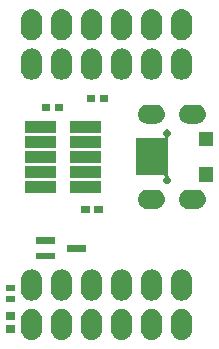
<source format=gts>
G04 #@! TF.GenerationSoftware,KiCad,Pcbnew,5.0.1*
G04 #@! TF.CreationDate,2019-03-20T13:07:10-07:00*
G04 #@! TF.ProjectId,pmod-samd21-usbu-pth,706D6F642D73616D6432312D75736275,rev?*
G04 #@! TF.SameCoordinates,PX8825afcPY9e4f580*
G04 #@! TF.FileFunction,Soldermask,Top*
G04 #@! TF.FilePolarity,Negative*
%FSLAX46Y46*%
G04 Gerber Fmt 4.6, Leading zero omitted, Abs format (unit mm)*
G04 Created by KiCad (PCBNEW 5.0.1) date Wed 20 Mar 2019 01:07:10 PM PDT*
%MOMM*%
%LPD*%
G01*
G04 APERTURE LIST*
%ADD10C,0.100000*%
G04 APERTURE END LIST*
D10*
G36*
X7795927Y3887963D02*
X7909153Y3853616D01*
X7965767Y3836443D01*
X8104387Y3762348D01*
X8122291Y3752778D01*
X8158029Y3723448D01*
X8259486Y3640186D01*
X8342748Y3538729D01*
X8372078Y3502991D01*
X8372079Y3502989D01*
X8455743Y3346467D01*
X8455743Y3346466D01*
X8507263Y3176627D01*
X8520300Y3044258D01*
X8520300Y2115742D01*
X8507263Y1983373D01*
X8472916Y1870147D01*
X8455743Y1813533D01*
X8381648Y1674913D01*
X8372078Y1657009D01*
X8342748Y1621271D01*
X8259486Y1519814D01*
X8122289Y1407221D01*
X7965766Y1323557D01*
X7909152Y1306384D01*
X7795926Y1272037D01*
X7619300Y1254641D01*
X7442673Y1272037D01*
X7329447Y1306384D01*
X7272833Y1323557D01*
X7116311Y1407221D01*
X7116309Y1407222D01*
X7080571Y1436552D01*
X6979114Y1519814D01*
X6866521Y1657011D01*
X6782857Y1813534D01*
X6765684Y1870148D01*
X6731337Y1983374D01*
X6718300Y2115743D01*
X6718300Y3044258D01*
X6731338Y3176627D01*
X6782858Y3346466D01*
X6782858Y3346467D01*
X6866522Y3502989D01*
X6866523Y3502991D01*
X6895853Y3538729D01*
X6979115Y3640186D01*
X7080572Y3723448D01*
X7116310Y3752778D01*
X7134214Y3762348D01*
X7272834Y3836443D01*
X7329448Y3853616D01*
X7442674Y3887963D01*
X7619300Y3905359D01*
X7795927Y3887963D01*
X7795927Y3887963D01*
G37*
G36*
X5255927Y3887963D02*
X5369153Y3853616D01*
X5425767Y3836443D01*
X5564387Y3762348D01*
X5582291Y3752778D01*
X5618029Y3723448D01*
X5719486Y3640186D01*
X5802748Y3538729D01*
X5832078Y3502991D01*
X5832079Y3502989D01*
X5915743Y3346467D01*
X5915743Y3346466D01*
X5967263Y3176627D01*
X5980300Y3044258D01*
X5980300Y2115742D01*
X5967263Y1983373D01*
X5932916Y1870147D01*
X5915743Y1813533D01*
X5841648Y1674913D01*
X5832078Y1657009D01*
X5802748Y1621271D01*
X5719486Y1519814D01*
X5582289Y1407221D01*
X5425766Y1323557D01*
X5369152Y1306384D01*
X5255926Y1272037D01*
X5079300Y1254641D01*
X4902673Y1272037D01*
X4789447Y1306384D01*
X4732833Y1323557D01*
X4576311Y1407221D01*
X4576309Y1407222D01*
X4540571Y1436552D01*
X4439114Y1519814D01*
X4326521Y1657011D01*
X4242857Y1813534D01*
X4225684Y1870148D01*
X4191337Y1983374D01*
X4178300Y2115743D01*
X4178300Y3044258D01*
X4191338Y3176627D01*
X4242858Y3346466D01*
X4242858Y3346467D01*
X4326522Y3502989D01*
X4326523Y3502991D01*
X4355853Y3538729D01*
X4439115Y3640186D01*
X4540572Y3723448D01*
X4576310Y3752778D01*
X4594214Y3762348D01*
X4732834Y3836443D01*
X4789448Y3853616D01*
X4902674Y3887963D01*
X5079300Y3905359D01*
X5255927Y3887963D01*
X5255927Y3887963D01*
G37*
G36*
X2715927Y3887963D02*
X2829153Y3853616D01*
X2885767Y3836443D01*
X3024387Y3762348D01*
X3042291Y3752778D01*
X3078029Y3723448D01*
X3179486Y3640186D01*
X3262748Y3538729D01*
X3292078Y3502991D01*
X3292079Y3502989D01*
X3375743Y3346467D01*
X3375743Y3346466D01*
X3427263Y3176627D01*
X3440300Y3044258D01*
X3440300Y2115742D01*
X3427263Y1983373D01*
X3392916Y1870147D01*
X3375743Y1813533D01*
X3301648Y1674913D01*
X3292078Y1657009D01*
X3262748Y1621271D01*
X3179486Y1519814D01*
X3042289Y1407221D01*
X2885766Y1323557D01*
X2829152Y1306384D01*
X2715926Y1272037D01*
X2539300Y1254641D01*
X2362673Y1272037D01*
X2249447Y1306384D01*
X2192833Y1323557D01*
X2036311Y1407221D01*
X2036309Y1407222D01*
X2000571Y1436552D01*
X1899114Y1519814D01*
X1786521Y1657011D01*
X1702857Y1813534D01*
X1685684Y1870148D01*
X1651337Y1983374D01*
X1638300Y2115743D01*
X1638300Y3044258D01*
X1651338Y3176627D01*
X1702858Y3346466D01*
X1702858Y3346467D01*
X1786522Y3502989D01*
X1786523Y3502991D01*
X1815853Y3538729D01*
X1899115Y3640186D01*
X2000572Y3723448D01*
X2036310Y3752778D01*
X2054214Y3762348D01*
X2192834Y3836443D01*
X2249448Y3853616D01*
X2362674Y3887963D01*
X2539300Y3905359D01*
X2715927Y3887963D01*
X2715927Y3887963D01*
G37*
G36*
X15415927Y3887963D02*
X15529153Y3853616D01*
X15585767Y3836443D01*
X15724387Y3762348D01*
X15742291Y3752778D01*
X15778029Y3723448D01*
X15879486Y3640186D01*
X15962748Y3538729D01*
X15992078Y3502991D01*
X15992079Y3502989D01*
X16075743Y3346467D01*
X16075743Y3346466D01*
X16127263Y3176627D01*
X16140300Y3044258D01*
X16140300Y2115742D01*
X16127263Y1983373D01*
X16092916Y1870147D01*
X16075743Y1813533D01*
X16001648Y1674913D01*
X15992078Y1657009D01*
X15962748Y1621271D01*
X15879486Y1519814D01*
X15742289Y1407221D01*
X15585766Y1323557D01*
X15529152Y1306384D01*
X15415926Y1272037D01*
X15239300Y1254641D01*
X15062673Y1272037D01*
X14949447Y1306384D01*
X14892833Y1323557D01*
X14736311Y1407221D01*
X14736309Y1407222D01*
X14700571Y1436552D01*
X14599114Y1519814D01*
X14486521Y1657011D01*
X14402857Y1813534D01*
X14385684Y1870148D01*
X14351337Y1983374D01*
X14338300Y2115743D01*
X14338300Y3044258D01*
X14351338Y3176627D01*
X14402858Y3346466D01*
X14402858Y3346467D01*
X14486522Y3502989D01*
X14486523Y3502991D01*
X14515853Y3538729D01*
X14599115Y3640186D01*
X14700572Y3723448D01*
X14736310Y3752778D01*
X14754214Y3762348D01*
X14892834Y3836443D01*
X14949448Y3853616D01*
X15062674Y3887963D01*
X15239300Y3905359D01*
X15415927Y3887963D01*
X15415927Y3887963D01*
G37*
G36*
X10335927Y3887963D02*
X10449153Y3853616D01*
X10505767Y3836443D01*
X10644387Y3762348D01*
X10662291Y3752778D01*
X10698029Y3723448D01*
X10799486Y3640186D01*
X10882748Y3538729D01*
X10912078Y3502991D01*
X10912079Y3502989D01*
X10995743Y3346467D01*
X10995743Y3346466D01*
X11047263Y3176627D01*
X11060300Y3044258D01*
X11060300Y2115742D01*
X11047263Y1983373D01*
X11012916Y1870147D01*
X10995743Y1813533D01*
X10921648Y1674913D01*
X10912078Y1657009D01*
X10882748Y1621271D01*
X10799486Y1519814D01*
X10662289Y1407221D01*
X10505766Y1323557D01*
X10449152Y1306384D01*
X10335926Y1272037D01*
X10159300Y1254641D01*
X9982673Y1272037D01*
X9869447Y1306384D01*
X9812833Y1323557D01*
X9656311Y1407221D01*
X9656309Y1407222D01*
X9620571Y1436552D01*
X9519114Y1519814D01*
X9406521Y1657011D01*
X9322857Y1813534D01*
X9305684Y1870148D01*
X9271337Y1983374D01*
X9258300Y2115743D01*
X9258300Y3044258D01*
X9271338Y3176627D01*
X9322858Y3346466D01*
X9322858Y3346467D01*
X9406522Y3502989D01*
X9406523Y3502991D01*
X9435853Y3538729D01*
X9519115Y3640186D01*
X9620572Y3723448D01*
X9656310Y3752778D01*
X9674214Y3762348D01*
X9812834Y3836443D01*
X9869448Y3853616D01*
X9982674Y3887963D01*
X10159300Y3905359D01*
X10335927Y3887963D01*
X10335927Y3887963D01*
G37*
G36*
X12875927Y3887963D02*
X12989153Y3853616D01*
X13045767Y3836443D01*
X13184387Y3762348D01*
X13202291Y3752778D01*
X13238029Y3723448D01*
X13339486Y3640186D01*
X13422748Y3538729D01*
X13452078Y3502991D01*
X13452079Y3502989D01*
X13535743Y3346467D01*
X13535743Y3346466D01*
X13587263Y3176627D01*
X13600300Y3044258D01*
X13600300Y2115742D01*
X13587263Y1983373D01*
X13552916Y1870147D01*
X13535743Y1813533D01*
X13461648Y1674913D01*
X13452078Y1657009D01*
X13422748Y1621271D01*
X13339486Y1519814D01*
X13202289Y1407221D01*
X13045766Y1323557D01*
X12989152Y1306384D01*
X12875926Y1272037D01*
X12699300Y1254641D01*
X12522673Y1272037D01*
X12409447Y1306384D01*
X12352833Y1323557D01*
X12196311Y1407221D01*
X12196309Y1407222D01*
X12160571Y1436552D01*
X12059114Y1519814D01*
X11946521Y1657011D01*
X11862857Y1813534D01*
X11845684Y1870148D01*
X11811337Y1983374D01*
X11798300Y2115743D01*
X11798300Y3044258D01*
X11811338Y3176627D01*
X11862858Y3346466D01*
X11862858Y3346467D01*
X11946522Y3502989D01*
X11946523Y3502991D01*
X11975853Y3538729D01*
X12059115Y3640186D01*
X12160572Y3723448D01*
X12196310Y3752778D01*
X12214214Y3762348D01*
X12352834Y3836443D01*
X12409448Y3853616D01*
X12522674Y3887963D01*
X12699300Y3905359D01*
X12875927Y3887963D01*
X12875927Y3887963D01*
G37*
G36*
X1163000Y1815100D02*
X361000Y1815100D01*
X361000Y2517100D01*
X1163000Y2517100D01*
X1163000Y1815100D01*
X1163000Y1815100D01*
G37*
G36*
X1163000Y2915100D02*
X361000Y2915100D01*
X361000Y3617100D01*
X1163000Y3617100D01*
X1163000Y2915100D01*
X1163000Y2915100D01*
G37*
G36*
X1100300Y4517000D02*
X398300Y4517000D01*
X398300Y5019000D01*
X1100300Y5019000D01*
X1100300Y4517000D01*
X1100300Y4517000D01*
G37*
G36*
X12875927Y7227963D02*
X12989153Y7193616D01*
X13045767Y7176443D01*
X13184387Y7102348D01*
X13202291Y7092778D01*
X13238029Y7063448D01*
X13339486Y6980186D01*
X13422748Y6878729D01*
X13452078Y6842991D01*
X13452079Y6842989D01*
X13535743Y6686467D01*
X13535743Y6686466D01*
X13587263Y6516627D01*
X13600300Y6384258D01*
X13600300Y5455742D01*
X13587263Y5323373D01*
X13552916Y5210147D01*
X13535743Y5153533D01*
X13463833Y5019000D01*
X13452078Y4997009D01*
X13422748Y4961271D01*
X13339486Y4859814D01*
X13202289Y4747221D01*
X13045766Y4663557D01*
X12989152Y4646384D01*
X12875926Y4612037D01*
X12699300Y4594641D01*
X12522673Y4612037D01*
X12409447Y4646384D01*
X12352833Y4663557D01*
X12196311Y4747221D01*
X12196309Y4747222D01*
X12160571Y4776552D01*
X12059114Y4859814D01*
X11946521Y4997011D01*
X11862857Y5153534D01*
X11845684Y5210148D01*
X11811337Y5323374D01*
X11798300Y5455743D01*
X11798300Y6384258D01*
X11811338Y6516627D01*
X11862858Y6686466D01*
X11862858Y6686467D01*
X11946522Y6842989D01*
X11946523Y6842991D01*
X11975853Y6878729D01*
X12059115Y6980186D01*
X12160572Y7063448D01*
X12196310Y7092778D01*
X12214214Y7102348D01*
X12352834Y7176443D01*
X12409448Y7193616D01*
X12522674Y7227963D01*
X12699300Y7245359D01*
X12875927Y7227963D01*
X12875927Y7227963D01*
G37*
G36*
X15415927Y7227963D02*
X15529153Y7193616D01*
X15585767Y7176443D01*
X15724387Y7102348D01*
X15742291Y7092778D01*
X15778029Y7063448D01*
X15879486Y6980186D01*
X15962748Y6878729D01*
X15992078Y6842991D01*
X15992079Y6842989D01*
X16075743Y6686467D01*
X16075743Y6686466D01*
X16127263Y6516627D01*
X16140300Y6384258D01*
X16140300Y5455742D01*
X16127263Y5323373D01*
X16092916Y5210147D01*
X16075743Y5153533D01*
X16003833Y5019000D01*
X15992078Y4997009D01*
X15962748Y4961271D01*
X15879486Y4859814D01*
X15742289Y4747221D01*
X15585766Y4663557D01*
X15529152Y4646384D01*
X15415926Y4612037D01*
X15239300Y4594641D01*
X15062673Y4612037D01*
X14949447Y4646384D01*
X14892833Y4663557D01*
X14736311Y4747221D01*
X14736309Y4747222D01*
X14700571Y4776552D01*
X14599114Y4859814D01*
X14486521Y4997011D01*
X14402857Y5153534D01*
X14385684Y5210148D01*
X14351337Y5323374D01*
X14338300Y5455743D01*
X14338300Y6384258D01*
X14351338Y6516627D01*
X14402858Y6686466D01*
X14402858Y6686467D01*
X14486522Y6842989D01*
X14486523Y6842991D01*
X14515853Y6878729D01*
X14599115Y6980186D01*
X14700572Y7063448D01*
X14736310Y7092778D01*
X14754214Y7102348D01*
X14892834Y7176443D01*
X14949448Y7193616D01*
X15062674Y7227963D01*
X15239300Y7245359D01*
X15415927Y7227963D01*
X15415927Y7227963D01*
G37*
G36*
X10335927Y7227963D02*
X10449153Y7193616D01*
X10505767Y7176443D01*
X10644387Y7102348D01*
X10662291Y7092778D01*
X10698029Y7063448D01*
X10799486Y6980186D01*
X10882748Y6878729D01*
X10912078Y6842991D01*
X10912079Y6842989D01*
X10995743Y6686467D01*
X10995743Y6686466D01*
X11047263Y6516627D01*
X11060300Y6384258D01*
X11060300Y5455742D01*
X11047263Y5323373D01*
X11012916Y5210147D01*
X10995743Y5153533D01*
X10923833Y5019000D01*
X10912078Y4997009D01*
X10882748Y4961271D01*
X10799486Y4859814D01*
X10662289Y4747221D01*
X10505766Y4663557D01*
X10449152Y4646384D01*
X10335926Y4612037D01*
X10159300Y4594641D01*
X9982673Y4612037D01*
X9869447Y4646384D01*
X9812833Y4663557D01*
X9656311Y4747221D01*
X9656309Y4747222D01*
X9620571Y4776552D01*
X9519114Y4859814D01*
X9406521Y4997011D01*
X9322857Y5153534D01*
X9305684Y5210148D01*
X9271337Y5323374D01*
X9258300Y5455743D01*
X9258300Y6384258D01*
X9271338Y6516627D01*
X9322858Y6686466D01*
X9322858Y6686467D01*
X9406522Y6842989D01*
X9406523Y6842991D01*
X9435853Y6878729D01*
X9519115Y6980186D01*
X9620572Y7063448D01*
X9656310Y7092778D01*
X9674214Y7102348D01*
X9812834Y7176443D01*
X9869448Y7193616D01*
X9982674Y7227963D01*
X10159300Y7245359D01*
X10335927Y7227963D01*
X10335927Y7227963D01*
G37*
G36*
X2715927Y7227963D02*
X2829153Y7193616D01*
X2885767Y7176443D01*
X3024387Y7102348D01*
X3042291Y7092778D01*
X3078029Y7063448D01*
X3179486Y6980186D01*
X3262748Y6878729D01*
X3292078Y6842991D01*
X3292079Y6842989D01*
X3375743Y6686467D01*
X3375743Y6686466D01*
X3427263Y6516627D01*
X3440300Y6384258D01*
X3440300Y5455742D01*
X3427263Y5323373D01*
X3392916Y5210147D01*
X3375743Y5153533D01*
X3303833Y5019000D01*
X3292078Y4997009D01*
X3262748Y4961271D01*
X3179486Y4859814D01*
X3042289Y4747221D01*
X2885766Y4663557D01*
X2829152Y4646384D01*
X2715926Y4612037D01*
X2539300Y4594641D01*
X2362673Y4612037D01*
X2249447Y4646384D01*
X2192833Y4663557D01*
X2036311Y4747221D01*
X2036309Y4747222D01*
X2000571Y4776552D01*
X1899114Y4859814D01*
X1786521Y4997011D01*
X1702857Y5153534D01*
X1685684Y5210148D01*
X1651337Y5323374D01*
X1638300Y5455743D01*
X1638300Y6384258D01*
X1651338Y6516627D01*
X1702858Y6686466D01*
X1702858Y6686467D01*
X1786522Y6842989D01*
X1786523Y6842991D01*
X1815853Y6878729D01*
X1899115Y6980186D01*
X2000572Y7063448D01*
X2036310Y7092778D01*
X2054214Y7102348D01*
X2192834Y7176443D01*
X2249448Y7193616D01*
X2362674Y7227963D01*
X2539300Y7245359D01*
X2715927Y7227963D01*
X2715927Y7227963D01*
G37*
G36*
X7795927Y7227963D02*
X7909153Y7193616D01*
X7965767Y7176443D01*
X8104387Y7102348D01*
X8122291Y7092778D01*
X8158029Y7063448D01*
X8259486Y6980186D01*
X8342748Y6878729D01*
X8372078Y6842991D01*
X8372079Y6842989D01*
X8455743Y6686467D01*
X8455743Y6686466D01*
X8507263Y6516627D01*
X8520300Y6384258D01*
X8520300Y5455742D01*
X8507263Y5323373D01*
X8472916Y5210147D01*
X8455743Y5153533D01*
X8383833Y5019000D01*
X8372078Y4997009D01*
X8342748Y4961271D01*
X8259486Y4859814D01*
X8122289Y4747221D01*
X7965766Y4663557D01*
X7909152Y4646384D01*
X7795926Y4612037D01*
X7619300Y4594641D01*
X7442673Y4612037D01*
X7329447Y4646384D01*
X7272833Y4663557D01*
X7116311Y4747221D01*
X7116309Y4747222D01*
X7080571Y4776552D01*
X6979114Y4859814D01*
X6866521Y4997011D01*
X6782857Y5153534D01*
X6765684Y5210148D01*
X6731337Y5323374D01*
X6718300Y5455743D01*
X6718300Y6384258D01*
X6731338Y6516627D01*
X6782858Y6686466D01*
X6782858Y6686467D01*
X6866522Y6842989D01*
X6866523Y6842991D01*
X6895853Y6878729D01*
X6979115Y6980186D01*
X7080572Y7063448D01*
X7116310Y7092778D01*
X7134214Y7102348D01*
X7272834Y7176443D01*
X7329448Y7193616D01*
X7442674Y7227963D01*
X7619300Y7245359D01*
X7795927Y7227963D01*
X7795927Y7227963D01*
G37*
G36*
X5255927Y7227963D02*
X5369153Y7193616D01*
X5425767Y7176443D01*
X5564387Y7102348D01*
X5582291Y7092778D01*
X5618029Y7063448D01*
X5719486Y6980186D01*
X5802748Y6878729D01*
X5832078Y6842991D01*
X5832079Y6842989D01*
X5915743Y6686467D01*
X5915743Y6686466D01*
X5967263Y6516627D01*
X5980300Y6384258D01*
X5980300Y5455742D01*
X5967263Y5323373D01*
X5932916Y5210147D01*
X5915743Y5153533D01*
X5843833Y5019000D01*
X5832078Y4997009D01*
X5802748Y4961271D01*
X5719486Y4859814D01*
X5582289Y4747221D01*
X5425766Y4663557D01*
X5369152Y4646384D01*
X5255926Y4612037D01*
X5079300Y4594641D01*
X4902673Y4612037D01*
X4789447Y4646384D01*
X4732833Y4663557D01*
X4576311Y4747221D01*
X4576309Y4747222D01*
X4540571Y4776552D01*
X4439114Y4859814D01*
X4326521Y4997011D01*
X4242857Y5153534D01*
X4225684Y5210148D01*
X4191337Y5323374D01*
X4178300Y5455743D01*
X4178300Y6384258D01*
X4191338Y6516627D01*
X4242858Y6686466D01*
X4242858Y6686467D01*
X4326522Y6842989D01*
X4326523Y6842991D01*
X4355853Y6878729D01*
X4439115Y6980186D01*
X4540572Y7063448D01*
X4576310Y7092778D01*
X4594214Y7102348D01*
X4732834Y7176443D01*
X4789448Y7193616D01*
X4902674Y7227963D01*
X5079300Y7245359D01*
X5255927Y7227963D01*
X5255927Y7227963D01*
G37*
G36*
X1100300Y5417000D02*
X398300Y5417000D01*
X398300Y5919000D01*
X1100300Y5919000D01*
X1100300Y5417000D01*
X1100300Y5417000D01*
G37*
G36*
X4500200Y8089300D02*
X2898200Y8089300D01*
X2898200Y8641300D01*
X4500200Y8641300D01*
X4500200Y8089300D01*
X4500200Y8089300D01*
G37*
G36*
X7160200Y8739300D02*
X5558200Y8739300D01*
X5558200Y9291300D01*
X7160200Y9291300D01*
X7160200Y8739300D01*
X7160200Y8739300D01*
G37*
G36*
X4500200Y9389300D02*
X2898200Y9389300D01*
X2898200Y9941300D01*
X4500200Y9941300D01*
X4500200Y9389300D01*
X4500200Y9389300D01*
G37*
G36*
X7450300Y12029000D02*
X6748300Y12029000D01*
X6748300Y12631000D01*
X7450300Y12631000D01*
X7450300Y12029000D01*
X7450300Y12029000D01*
G37*
G36*
X8550300Y12029000D02*
X7848300Y12029000D01*
X7848300Y12631000D01*
X8550300Y12631000D01*
X8550300Y12029000D01*
X8550300Y12029000D01*
G37*
G36*
X16667885Y13972030D02*
X16818872Y13926228D01*
X16958025Y13851850D01*
X17079993Y13751753D01*
X17180090Y13629785D01*
X17254468Y13490632D01*
X17300270Y13339645D01*
X17315735Y13182620D01*
X17300270Y13025595D01*
X17254468Y12874608D01*
X17180090Y12735455D01*
X17079993Y12613487D01*
X16958025Y12513390D01*
X16818872Y12439012D01*
X16667885Y12393210D01*
X16550206Y12381620D01*
X15771514Y12381620D01*
X15653835Y12393210D01*
X15502848Y12439012D01*
X15363695Y12513390D01*
X15241727Y12613487D01*
X15141630Y12735455D01*
X15067252Y12874608D01*
X15021450Y13025595D01*
X15005985Y13182620D01*
X15021450Y13339645D01*
X15067252Y13490632D01*
X15141630Y13629785D01*
X15241727Y13751753D01*
X15363695Y13851850D01*
X15502848Y13926228D01*
X15653835Y13972030D01*
X15771514Y13983620D01*
X16550206Y13983620D01*
X16667885Y13972030D01*
X16667885Y13972030D01*
G37*
G36*
X13197885Y13972030D02*
X13348872Y13926228D01*
X13488025Y13851850D01*
X13609993Y13751753D01*
X13710090Y13629785D01*
X13784468Y13490632D01*
X13830270Y13339645D01*
X13845735Y13182620D01*
X13830270Y13025595D01*
X13784468Y12874608D01*
X13710090Y12735455D01*
X13609993Y12613487D01*
X13488025Y12513390D01*
X13348872Y12439012D01*
X13197885Y12393210D01*
X13080206Y12381620D01*
X12301514Y12381620D01*
X12183835Y12393210D01*
X12032848Y12439012D01*
X11893695Y12513390D01*
X11771727Y12613487D01*
X11671630Y12735455D01*
X11597252Y12874608D01*
X11551450Y13025595D01*
X11535985Y13182620D01*
X11551450Y13339645D01*
X11597252Y13490632D01*
X11671630Y13629785D01*
X11771727Y13751753D01*
X11893695Y13851850D01*
X12032848Y13926228D01*
X12183835Y13972030D01*
X12301514Y13983620D01*
X13080206Y13983620D01*
X13197885Y13972030D01*
X13197885Y13972030D01*
G37*
G36*
X8400300Y13734000D02*
X5798300Y13734000D01*
X5798300Y14736000D01*
X8400300Y14736000D01*
X8400300Y13734000D01*
X8400300Y13734000D01*
G37*
G36*
X4590300Y13734000D02*
X1988300Y13734000D01*
X1988300Y14736000D01*
X4590300Y14736000D01*
X4590300Y13734000D01*
X4590300Y13734000D01*
G37*
G36*
X14105951Y19096092D02*
X14165280Y19071517D01*
X14218674Y19035840D01*
X14264080Y18990434D01*
X14299757Y18937040D01*
X14324332Y18877711D01*
X14336860Y18814728D01*
X14336860Y18750512D01*
X14324332Y18687529D01*
X14299757Y18628200D01*
X14264080Y18574806D01*
X14218674Y18529400D01*
X14182413Y18505171D01*
X14163471Y18489626D01*
X14147926Y18470684D01*
X14136375Y18449073D01*
X14129262Y18425624D01*
X14126860Y18401238D01*
X14126860Y15164002D01*
X14129262Y15139616D01*
X14136375Y15116167D01*
X14147926Y15094556D01*
X14163472Y15075614D01*
X14182413Y15060069D01*
X14218674Y15035840D01*
X14264080Y14990434D01*
X14299757Y14937040D01*
X14324332Y14877711D01*
X14336860Y14814728D01*
X14336860Y14750512D01*
X14324332Y14687529D01*
X14299757Y14628200D01*
X14264080Y14574806D01*
X14218674Y14529400D01*
X14165280Y14493723D01*
X14105951Y14469148D01*
X14042968Y14456620D01*
X13978752Y14456620D01*
X13915769Y14469148D01*
X13856440Y14493723D01*
X13803046Y14529400D01*
X13757640Y14574806D01*
X13721963Y14628200D01*
X13697388Y14687529D01*
X13684860Y14750512D01*
X13684860Y14814728D01*
X13697388Y14877711D01*
X13721963Y14937040D01*
X13757640Y14990434D01*
X13785438Y15018232D01*
X13800984Y15037174D01*
X13812535Y15058785D01*
X13819648Y15082234D01*
X13822050Y15106620D01*
X13819648Y15131006D01*
X13812535Y15154455D01*
X13800984Y15176066D01*
X13785438Y15195008D01*
X13766496Y15210554D01*
X13744885Y15222105D01*
X13721436Y15229218D01*
X13697050Y15231620D01*
X11374860Y15231620D01*
X11374860Y18333620D01*
X13697050Y18333620D01*
X13721436Y18336022D01*
X13744885Y18343135D01*
X13766496Y18354686D01*
X13785438Y18370232D01*
X13800984Y18389174D01*
X13812535Y18410785D01*
X13819648Y18434234D01*
X13822050Y18458620D01*
X13819648Y18483006D01*
X13812535Y18506455D01*
X13800984Y18528066D01*
X13785438Y18547008D01*
X13757640Y18574806D01*
X13721963Y18628200D01*
X13697388Y18687529D01*
X13684860Y18750512D01*
X13684860Y18814728D01*
X13697388Y18877711D01*
X13721963Y18937040D01*
X13757640Y18990434D01*
X13803046Y19035840D01*
X13856440Y19071517D01*
X13915769Y19096092D01*
X13978752Y19108620D01*
X14042968Y19108620D01*
X14105951Y19096092D01*
X14105951Y19096092D01*
G37*
G36*
X17911860Y14681620D02*
X16709860Y14681620D01*
X16709860Y15883620D01*
X17911860Y15883620D01*
X17911860Y14681620D01*
X17911860Y14681620D01*
G37*
G36*
X8400300Y15004000D02*
X5798300Y15004000D01*
X5798300Y16006000D01*
X8400300Y16006000D01*
X8400300Y15004000D01*
X8400300Y15004000D01*
G37*
G36*
X4590300Y15004000D02*
X1988300Y15004000D01*
X1988300Y16006000D01*
X4590300Y16006000D01*
X4590300Y15004000D01*
X4590300Y15004000D01*
G37*
G36*
X4590300Y16274000D02*
X1988300Y16274000D01*
X1988300Y17276000D01*
X4590300Y17276000D01*
X4590300Y16274000D01*
X4590300Y16274000D01*
G37*
G36*
X8400300Y16274000D02*
X5798300Y16274000D01*
X5798300Y17276000D01*
X8400300Y17276000D01*
X8400300Y16274000D01*
X8400300Y16274000D01*
G37*
G36*
X8400300Y17544000D02*
X5798300Y17544000D01*
X5798300Y18546000D01*
X8400300Y18546000D01*
X8400300Y17544000D01*
X8400300Y17544000D01*
G37*
G36*
X4590300Y17544000D02*
X1988300Y17544000D01*
X1988300Y18546000D01*
X4590300Y18546000D01*
X4590300Y17544000D01*
X4590300Y17544000D01*
G37*
G36*
X17911860Y17681620D02*
X16709860Y17681620D01*
X16709860Y18883620D01*
X17911860Y18883620D01*
X17911860Y17681620D01*
X17911860Y17681620D01*
G37*
G36*
X4590300Y18814000D02*
X1988300Y18814000D01*
X1988300Y19816000D01*
X4590300Y19816000D01*
X4590300Y18814000D01*
X4590300Y18814000D01*
G37*
G36*
X8400300Y18814000D02*
X5798300Y18814000D01*
X5798300Y19816000D01*
X8400300Y19816000D01*
X8400300Y18814000D01*
X8400300Y18814000D01*
G37*
G36*
X13197885Y21172030D02*
X13348872Y21126228D01*
X13488025Y21051850D01*
X13609993Y20951753D01*
X13710090Y20829785D01*
X13784468Y20690632D01*
X13830270Y20539645D01*
X13845735Y20382620D01*
X13830270Y20225595D01*
X13784468Y20074608D01*
X13710090Y19935455D01*
X13609993Y19813487D01*
X13488025Y19713390D01*
X13348872Y19639012D01*
X13197885Y19593210D01*
X13080206Y19581620D01*
X12301514Y19581620D01*
X12183835Y19593210D01*
X12032848Y19639012D01*
X11893695Y19713390D01*
X11771727Y19813487D01*
X11671630Y19935455D01*
X11597252Y20074608D01*
X11551450Y20225595D01*
X11535985Y20382620D01*
X11551450Y20539645D01*
X11597252Y20690632D01*
X11671630Y20829785D01*
X11771727Y20951753D01*
X11893695Y21051850D01*
X12032848Y21126228D01*
X12183835Y21172030D01*
X12301514Y21183620D01*
X13080206Y21183620D01*
X13197885Y21172030D01*
X13197885Y21172030D01*
G37*
G36*
X16667885Y21172030D02*
X16818872Y21126228D01*
X16958025Y21051850D01*
X17079993Y20951753D01*
X17180090Y20829785D01*
X17254468Y20690632D01*
X17300270Y20539645D01*
X17315735Y20382620D01*
X17300270Y20225595D01*
X17254468Y20074608D01*
X17180090Y19935455D01*
X17079993Y19813487D01*
X16958025Y19713390D01*
X16818872Y19639012D01*
X16667885Y19593210D01*
X16550206Y19581620D01*
X15771514Y19581620D01*
X15653835Y19593210D01*
X15502848Y19639012D01*
X15363695Y19713390D01*
X15241727Y19813487D01*
X15141630Y19935455D01*
X15067252Y20074608D01*
X15021450Y20225595D01*
X15005985Y20382620D01*
X15021450Y20539645D01*
X15067252Y20690632D01*
X15141630Y20829785D01*
X15241727Y20951753D01*
X15363695Y21051850D01*
X15502848Y21126228D01*
X15653835Y21172030D01*
X15771514Y21183620D01*
X16550206Y21183620D01*
X16667885Y21172030D01*
X16667885Y21172030D01*
G37*
G36*
X5206300Y20665000D02*
X4504300Y20665000D01*
X4504300Y21267000D01*
X5206300Y21267000D01*
X5206300Y20665000D01*
X5206300Y20665000D01*
G37*
G36*
X4106300Y20665000D02*
X3404300Y20665000D01*
X3404300Y21267000D01*
X4106300Y21267000D01*
X4106300Y20665000D01*
X4106300Y20665000D01*
G37*
G36*
X9025605Y21388392D02*
X8323605Y21388392D01*
X8323605Y21990392D01*
X9025605Y21990392D01*
X9025605Y21388392D01*
X9025605Y21388392D01*
G37*
G36*
X7925605Y21388392D02*
X7223605Y21388392D01*
X7223605Y21990392D01*
X7925605Y21990392D01*
X7925605Y21388392D01*
X7925605Y21388392D01*
G37*
G36*
X7795926Y25937963D02*
X7909152Y25903616D01*
X7965766Y25886443D01*
X8122289Y25802779D01*
X8259486Y25690186D01*
X8342748Y25588729D01*
X8372078Y25552991D01*
X8372079Y25552989D01*
X8455743Y25396467D01*
X8472916Y25339853D01*
X8507263Y25226627D01*
X8520300Y25094258D01*
X8520300Y24165742D01*
X8507263Y24033373D01*
X8468623Y23905994D01*
X8455743Y23863533D01*
X8381648Y23724913D01*
X8372078Y23707009D01*
X8342748Y23671271D01*
X8259486Y23569814D01*
X8158029Y23486552D01*
X8122291Y23457222D01*
X8122289Y23457221D01*
X7965767Y23373557D01*
X7909153Y23356384D01*
X7795927Y23322037D01*
X7619300Y23304641D01*
X7442674Y23322037D01*
X7329448Y23356384D01*
X7272834Y23373557D01*
X7116312Y23457221D01*
X7116310Y23457222D01*
X7080572Y23486552D01*
X6979115Y23569814D01*
X6895853Y23671271D01*
X6866523Y23707009D01*
X6856953Y23724913D01*
X6782858Y23863533D01*
X6765685Y23920147D01*
X6731338Y24033373D01*
X6718300Y24165742D01*
X6718300Y25094257D01*
X6731337Y25226626D01*
X6782857Y25396465D01*
X6782857Y25396466D01*
X6866521Y25552989D01*
X6979114Y25690186D01*
X7080571Y25773448D01*
X7116309Y25802778D01*
X7134213Y25812348D01*
X7272833Y25886443D01*
X7329447Y25903616D01*
X7442673Y25937963D01*
X7619300Y25955359D01*
X7795926Y25937963D01*
X7795926Y25937963D01*
G37*
G36*
X10335926Y25937963D02*
X10449152Y25903616D01*
X10505766Y25886443D01*
X10662289Y25802779D01*
X10799486Y25690186D01*
X10882748Y25588729D01*
X10912078Y25552991D01*
X10912079Y25552989D01*
X10995743Y25396467D01*
X11012916Y25339853D01*
X11047263Y25226627D01*
X11060300Y25094258D01*
X11060300Y24165742D01*
X11047263Y24033373D01*
X11008623Y23905994D01*
X10995743Y23863533D01*
X10921648Y23724913D01*
X10912078Y23707009D01*
X10882748Y23671271D01*
X10799486Y23569814D01*
X10698029Y23486552D01*
X10662291Y23457222D01*
X10662289Y23457221D01*
X10505767Y23373557D01*
X10449153Y23356384D01*
X10335927Y23322037D01*
X10159300Y23304641D01*
X9982674Y23322037D01*
X9869448Y23356384D01*
X9812834Y23373557D01*
X9656312Y23457221D01*
X9656310Y23457222D01*
X9620572Y23486552D01*
X9519115Y23569814D01*
X9435853Y23671271D01*
X9406523Y23707009D01*
X9396953Y23724913D01*
X9322858Y23863533D01*
X9305685Y23920147D01*
X9271338Y24033373D01*
X9258300Y24165742D01*
X9258300Y25094257D01*
X9271337Y25226626D01*
X9322857Y25396465D01*
X9322857Y25396466D01*
X9406521Y25552989D01*
X9519114Y25690186D01*
X9620571Y25773448D01*
X9656309Y25802778D01*
X9674213Y25812348D01*
X9812833Y25886443D01*
X9869447Y25903616D01*
X9982673Y25937963D01*
X10159300Y25955359D01*
X10335926Y25937963D01*
X10335926Y25937963D01*
G37*
G36*
X12875926Y25937963D02*
X12989152Y25903616D01*
X13045766Y25886443D01*
X13202289Y25802779D01*
X13339486Y25690186D01*
X13422748Y25588729D01*
X13452078Y25552991D01*
X13452079Y25552989D01*
X13535743Y25396467D01*
X13552916Y25339853D01*
X13587263Y25226627D01*
X13600300Y25094258D01*
X13600300Y24165742D01*
X13587263Y24033373D01*
X13548623Y23905994D01*
X13535743Y23863533D01*
X13461648Y23724913D01*
X13452078Y23707009D01*
X13422748Y23671271D01*
X13339486Y23569814D01*
X13238029Y23486552D01*
X13202291Y23457222D01*
X13202289Y23457221D01*
X13045767Y23373557D01*
X12989153Y23356384D01*
X12875927Y23322037D01*
X12699300Y23304641D01*
X12522674Y23322037D01*
X12409448Y23356384D01*
X12352834Y23373557D01*
X12196312Y23457221D01*
X12196310Y23457222D01*
X12160572Y23486552D01*
X12059115Y23569814D01*
X11975853Y23671271D01*
X11946523Y23707009D01*
X11936953Y23724913D01*
X11862858Y23863533D01*
X11845685Y23920147D01*
X11811338Y24033373D01*
X11798300Y24165742D01*
X11798300Y25094257D01*
X11811337Y25226626D01*
X11862857Y25396465D01*
X11862857Y25396466D01*
X11946521Y25552989D01*
X12059114Y25690186D01*
X12160571Y25773448D01*
X12196309Y25802778D01*
X12214213Y25812348D01*
X12352833Y25886443D01*
X12409447Y25903616D01*
X12522673Y25937963D01*
X12699300Y25955359D01*
X12875926Y25937963D01*
X12875926Y25937963D01*
G37*
G36*
X5255926Y25937963D02*
X5369152Y25903616D01*
X5425766Y25886443D01*
X5582289Y25802779D01*
X5719486Y25690186D01*
X5802748Y25588729D01*
X5832078Y25552991D01*
X5832079Y25552989D01*
X5915743Y25396467D01*
X5932916Y25339853D01*
X5967263Y25226627D01*
X5980300Y25094258D01*
X5980300Y24165742D01*
X5967263Y24033373D01*
X5928623Y23905994D01*
X5915743Y23863533D01*
X5841648Y23724913D01*
X5832078Y23707009D01*
X5802748Y23671271D01*
X5719486Y23569814D01*
X5618029Y23486552D01*
X5582291Y23457222D01*
X5582289Y23457221D01*
X5425767Y23373557D01*
X5369153Y23356384D01*
X5255927Y23322037D01*
X5079300Y23304641D01*
X4902674Y23322037D01*
X4789448Y23356384D01*
X4732834Y23373557D01*
X4576312Y23457221D01*
X4576310Y23457222D01*
X4540572Y23486552D01*
X4439115Y23569814D01*
X4355853Y23671271D01*
X4326523Y23707009D01*
X4316953Y23724913D01*
X4242858Y23863533D01*
X4225685Y23920147D01*
X4191338Y24033373D01*
X4178300Y24165742D01*
X4178300Y25094257D01*
X4191337Y25226626D01*
X4242857Y25396465D01*
X4242857Y25396466D01*
X4326521Y25552989D01*
X4439114Y25690186D01*
X4540571Y25773448D01*
X4576309Y25802778D01*
X4594213Y25812348D01*
X4732833Y25886443D01*
X4789447Y25903616D01*
X4902673Y25937963D01*
X5079300Y25955359D01*
X5255926Y25937963D01*
X5255926Y25937963D01*
G37*
G36*
X2715926Y25937963D02*
X2829152Y25903616D01*
X2885766Y25886443D01*
X3042289Y25802779D01*
X3179486Y25690186D01*
X3262748Y25588729D01*
X3292078Y25552991D01*
X3292079Y25552989D01*
X3375743Y25396467D01*
X3392916Y25339853D01*
X3427263Y25226627D01*
X3440300Y25094258D01*
X3440300Y24165742D01*
X3427263Y24033373D01*
X3388623Y23905994D01*
X3375743Y23863533D01*
X3301648Y23724913D01*
X3292078Y23707009D01*
X3262748Y23671271D01*
X3179486Y23569814D01*
X3078029Y23486552D01*
X3042291Y23457222D01*
X3042289Y23457221D01*
X2885767Y23373557D01*
X2829153Y23356384D01*
X2715927Y23322037D01*
X2539300Y23304641D01*
X2362674Y23322037D01*
X2249448Y23356384D01*
X2192834Y23373557D01*
X2036312Y23457221D01*
X2036310Y23457222D01*
X2000572Y23486552D01*
X1899115Y23569814D01*
X1815853Y23671271D01*
X1786523Y23707009D01*
X1776953Y23724913D01*
X1702858Y23863533D01*
X1685685Y23920147D01*
X1651338Y24033373D01*
X1638300Y24165742D01*
X1638300Y25094257D01*
X1651337Y25226626D01*
X1702857Y25396465D01*
X1702857Y25396466D01*
X1786521Y25552989D01*
X1899114Y25690186D01*
X2000571Y25773448D01*
X2036309Y25802778D01*
X2054213Y25812348D01*
X2192833Y25886443D01*
X2249447Y25903616D01*
X2362673Y25937963D01*
X2539300Y25955359D01*
X2715926Y25937963D01*
X2715926Y25937963D01*
G37*
G36*
X15415926Y25937963D02*
X15529152Y25903616D01*
X15585766Y25886443D01*
X15742289Y25802779D01*
X15879486Y25690186D01*
X15962748Y25588729D01*
X15992078Y25552991D01*
X15992079Y25552989D01*
X16075743Y25396467D01*
X16092916Y25339853D01*
X16127263Y25226627D01*
X16140300Y25094258D01*
X16140300Y24165742D01*
X16127263Y24033373D01*
X16088623Y23905994D01*
X16075743Y23863533D01*
X16001648Y23724913D01*
X15992078Y23707009D01*
X15962748Y23671271D01*
X15879486Y23569814D01*
X15778029Y23486552D01*
X15742291Y23457222D01*
X15742289Y23457221D01*
X15585767Y23373557D01*
X15529153Y23356384D01*
X15415927Y23322037D01*
X15239300Y23304641D01*
X15062674Y23322037D01*
X14949448Y23356384D01*
X14892834Y23373557D01*
X14736312Y23457221D01*
X14736310Y23457222D01*
X14700572Y23486552D01*
X14599115Y23569814D01*
X14515853Y23671271D01*
X14486523Y23707009D01*
X14476953Y23724913D01*
X14402858Y23863533D01*
X14385685Y23920147D01*
X14351338Y24033373D01*
X14338300Y24165742D01*
X14338300Y25094257D01*
X14351337Y25226626D01*
X14402857Y25396465D01*
X14402857Y25396466D01*
X14486521Y25552989D01*
X14599114Y25690186D01*
X14700571Y25773448D01*
X14736309Y25802778D01*
X14754213Y25812348D01*
X14892833Y25886443D01*
X14949447Y25903616D01*
X15062673Y25937963D01*
X15239300Y25955359D01*
X15415926Y25937963D01*
X15415926Y25937963D01*
G37*
G36*
X5255926Y29277963D02*
X5369152Y29243616D01*
X5425766Y29226443D01*
X5582289Y29142779D01*
X5719486Y29030186D01*
X5802748Y28928729D01*
X5832078Y28892991D01*
X5832079Y28892989D01*
X5915743Y28736467D01*
X5932916Y28679853D01*
X5967263Y28566627D01*
X5980300Y28434258D01*
X5980300Y27505742D01*
X5967263Y27373373D01*
X5928623Y27245994D01*
X5915743Y27203533D01*
X5841648Y27064913D01*
X5832078Y27047009D01*
X5802748Y27011271D01*
X5719486Y26909814D01*
X5618029Y26826552D01*
X5582291Y26797222D01*
X5582289Y26797221D01*
X5425767Y26713557D01*
X5369153Y26696384D01*
X5255927Y26662037D01*
X5079300Y26644641D01*
X4902674Y26662037D01*
X4789448Y26696384D01*
X4732834Y26713557D01*
X4576312Y26797221D01*
X4576310Y26797222D01*
X4540572Y26826552D01*
X4439115Y26909814D01*
X4355853Y27011271D01*
X4326523Y27047009D01*
X4316953Y27064913D01*
X4242858Y27203533D01*
X4225685Y27260147D01*
X4191338Y27373373D01*
X4178300Y27505742D01*
X4178300Y28434257D01*
X4191337Y28566626D01*
X4242857Y28736465D01*
X4242857Y28736466D01*
X4326521Y28892989D01*
X4439114Y29030186D01*
X4540571Y29113448D01*
X4576309Y29142778D01*
X4594213Y29152348D01*
X4732833Y29226443D01*
X4789447Y29243616D01*
X4902673Y29277963D01*
X5079300Y29295359D01*
X5255926Y29277963D01*
X5255926Y29277963D01*
G37*
G36*
X2715926Y29277963D02*
X2829152Y29243616D01*
X2885766Y29226443D01*
X3042289Y29142779D01*
X3179486Y29030186D01*
X3262748Y28928729D01*
X3292078Y28892991D01*
X3292079Y28892989D01*
X3375743Y28736467D01*
X3392916Y28679853D01*
X3427263Y28566627D01*
X3440300Y28434258D01*
X3440300Y27505742D01*
X3427263Y27373373D01*
X3388623Y27245994D01*
X3375743Y27203533D01*
X3301648Y27064913D01*
X3292078Y27047009D01*
X3262748Y27011271D01*
X3179486Y26909814D01*
X3078029Y26826552D01*
X3042291Y26797222D01*
X3042289Y26797221D01*
X2885767Y26713557D01*
X2829153Y26696384D01*
X2715927Y26662037D01*
X2539300Y26644641D01*
X2362674Y26662037D01*
X2249448Y26696384D01*
X2192834Y26713557D01*
X2036312Y26797221D01*
X2036310Y26797222D01*
X2000572Y26826552D01*
X1899115Y26909814D01*
X1815853Y27011271D01*
X1786523Y27047009D01*
X1776953Y27064913D01*
X1702858Y27203533D01*
X1685685Y27260147D01*
X1651338Y27373373D01*
X1638300Y27505742D01*
X1638300Y28434257D01*
X1651337Y28566626D01*
X1702857Y28736465D01*
X1702857Y28736466D01*
X1786521Y28892989D01*
X1899114Y29030186D01*
X2000571Y29113448D01*
X2036309Y29142778D01*
X2054213Y29152348D01*
X2192833Y29226443D01*
X2249447Y29243616D01*
X2362673Y29277963D01*
X2539300Y29295359D01*
X2715926Y29277963D01*
X2715926Y29277963D01*
G37*
G36*
X10335926Y29277963D02*
X10449152Y29243616D01*
X10505766Y29226443D01*
X10662289Y29142779D01*
X10799486Y29030186D01*
X10882748Y28928729D01*
X10912078Y28892991D01*
X10912079Y28892989D01*
X10995743Y28736467D01*
X11012916Y28679853D01*
X11047263Y28566627D01*
X11060300Y28434258D01*
X11060300Y27505742D01*
X11047263Y27373373D01*
X11008623Y27245994D01*
X10995743Y27203533D01*
X10921648Y27064913D01*
X10912078Y27047009D01*
X10882748Y27011271D01*
X10799486Y26909814D01*
X10698029Y26826552D01*
X10662291Y26797222D01*
X10662289Y26797221D01*
X10505767Y26713557D01*
X10449153Y26696384D01*
X10335927Y26662037D01*
X10159300Y26644641D01*
X9982674Y26662037D01*
X9869448Y26696384D01*
X9812834Y26713557D01*
X9656312Y26797221D01*
X9656310Y26797222D01*
X9620572Y26826552D01*
X9519115Y26909814D01*
X9435853Y27011271D01*
X9406523Y27047009D01*
X9396953Y27064913D01*
X9322858Y27203533D01*
X9305685Y27260147D01*
X9271338Y27373373D01*
X9258300Y27505742D01*
X9258300Y28434257D01*
X9271337Y28566626D01*
X9322857Y28736465D01*
X9322857Y28736466D01*
X9406521Y28892989D01*
X9519114Y29030186D01*
X9620571Y29113448D01*
X9656309Y29142778D01*
X9674213Y29152348D01*
X9812833Y29226443D01*
X9869447Y29243616D01*
X9982673Y29277963D01*
X10159300Y29295359D01*
X10335926Y29277963D01*
X10335926Y29277963D01*
G37*
G36*
X12875926Y29277963D02*
X12989152Y29243616D01*
X13045766Y29226443D01*
X13202289Y29142779D01*
X13339486Y29030186D01*
X13422748Y28928729D01*
X13452078Y28892991D01*
X13452079Y28892989D01*
X13535743Y28736467D01*
X13552916Y28679853D01*
X13587263Y28566627D01*
X13600300Y28434258D01*
X13600300Y27505742D01*
X13587263Y27373373D01*
X13548623Y27245994D01*
X13535743Y27203533D01*
X13461648Y27064913D01*
X13452078Y27047009D01*
X13422748Y27011271D01*
X13339486Y26909814D01*
X13238029Y26826552D01*
X13202291Y26797222D01*
X13202289Y26797221D01*
X13045767Y26713557D01*
X12989153Y26696384D01*
X12875927Y26662037D01*
X12699300Y26644641D01*
X12522674Y26662037D01*
X12409448Y26696384D01*
X12352834Y26713557D01*
X12196312Y26797221D01*
X12196310Y26797222D01*
X12160572Y26826552D01*
X12059115Y26909814D01*
X11975853Y27011271D01*
X11946523Y27047009D01*
X11936953Y27064913D01*
X11862858Y27203533D01*
X11845685Y27260147D01*
X11811338Y27373373D01*
X11798300Y27505742D01*
X11798300Y28434257D01*
X11811337Y28566626D01*
X11862857Y28736465D01*
X11862857Y28736466D01*
X11946521Y28892989D01*
X12059114Y29030186D01*
X12160571Y29113448D01*
X12196309Y29142778D01*
X12214213Y29152348D01*
X12352833Y29226443D01*
X12409447Y29243616D01*
X12522673Y29277963D01*
X12699300Y29295359D01*
X12875926Y29277963D01*
X12875926Y29277963D01*
G37*
G36*
X7795926Y29277963D02*
X7909152Y29243616D01*
X7965766Y29226443D01*
X8122289Y29142779D01*
X8259486Y29030186D01*
X8342748Y28928729D01*
X8372078Y28892991D01*
X8372079Y28892989D01*
X8455743Y28736467D01*
X8472916Y28679853D01*
X8507263Y28566627D01*
X8520300Y28434258D01*
X8520300Y27505742D01*
X8507263Y27373373D01*
X8468623Y27245994D01*
X8455743Y27203533D01*
X8381648Y27064913D01*
X8372078Y27047009D01*
X8342748Y27011271D01*
X8259486Y26909814D01*
X8158029Y26826552D01*
X8122291Y26797222D01*
X8122289Y26797221D01*
X7965767Y26713557D01*
X7909153Y26696384D01*
X7795927Y26662037D01*
X7619300Y26644641D01*
X7442674Y26662037D01*
X7329448Y26696384D01*
X7272834Y26713557D01*
X7116312Y26797221D01*
X7116310Y26797222D01*
X7080572Y26826552D01*
X6979115Y26909814D01*
X6895853Y27011271D01*
X6866523Y27047009D01*
X6856953Y27064913D01*
X6782858Y27203533D01*
X6765685Y27260147D01*
X6731338Y27373373D01*
X6718300Y27505742D01*
X6718300Y28434257D01*
X6731337Y28566626D01*
X6782857Y28736465D01*
X6782857Y28736466D01*
X6866521Y28892989D01*
X6979114Y29030186D01*
X7080571Y29113448D01*
X7116309Y29142778D01*
X7134213Y29152348D01*
X7272833Y29226443D01*
X7329447Y29243616D01*
X7442673Y29277963D01*
X7619300Y29295359D01*
X7795926Y29277963D01*
X7795926Y29277963D01*
G37*
G36*
X15415926Y29277963D02*
X15529152Y29243616D01*
X15585766Y29226443D01*
X15742289Y29142779D01*
X15879486Y29030186D01*
X15962748Y28928729D01*
X15992078Y28892991D01*
X15992079Y28892989D01*
X16075743Y28736467D01*
X16092916Y28679853D01*
X16127263Y28566627D01*
X16140300Y28434258D01*
X16140300Y27505742D01*
X16127263Y27373373D01*
X16088623Y27245994D01*
X16075743Y27203533D01*
X16001648Y27064913D01*
X15992078Y27047009D01*
X15962748Y27011271D01*
X15879486Y26909814D01*
X15778029Y26826552D01*
X15742291Y26797222D01*
X15742289Y26797221D01*
X15585767Y26713557D01*
X15529153Y26696384D01*
X15415927Y26662037D01*
X15239300Y26644641D01*
X15062674Y26662037D01*
X14949448Y26696384D01*
X14892834Y26713557D01*
X14736312Y26797221D01*
X14736310Y26797222D01*
X14700572Y26826552D01*
X14599115Y26909814D01*
X14515853Y27011271D01*
X14486523Y27047009D01*
X14476953Y27064913D01*
X14402858Y27203533D01*
X14385685Y27260147D01*
X14351338Y27373373D01*
X14338300Y27505742D01*
X14338300Y28434257D01*
X14351337Y28566626D01*
X14402857Y28736465D01*
X14402857Y28736466D01*
X14486521Y28892989D01*
X14599114Y29030186D01*
X14700571Y29113448D01*
X14736309Y29142778D01*
X14754213Y29152348D01*
X14892833Y29226443D01*
X14949447Y29243616D01*
X15062673Y29277963D01*
X15239300Y29295359D01*
X15415926Y29277963D01*
X15415926Y29277963D01*
G37*
M02*

</source>
